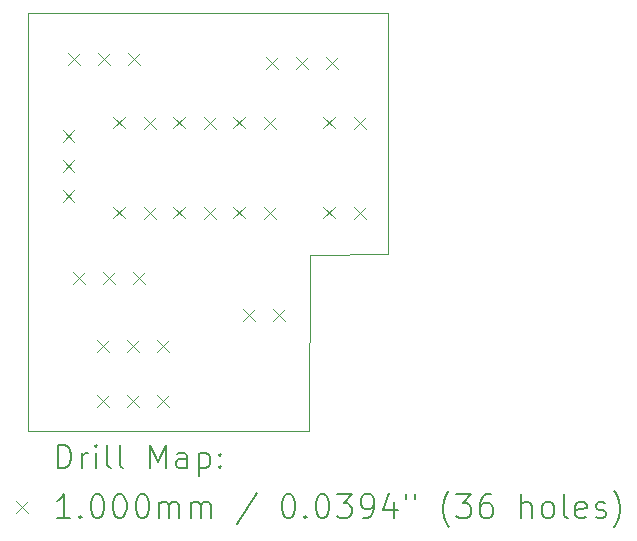
<source format=gbr>
%TF.GenerationSoftware,KiCad,Pcbnew,(6.0.7)*%
%TF.CreationDate,2023-04-28T16:32:47-04:00*%
%TF.ProjectId,Power Daughter Board v1,506f7765-7220-4446-9175-676874657220,rev?*%
%TF.SameCoordinates,Original*%
%TF.FileFunction,Drillmap*%
%TF.FilePolarity,Positive*%
%FSLAX45Y45*%
G04 Gerber Fmt 4.5, Leading zero omitted, Abs format (unit mm)*
G04 Created by KiCad (PCBNEW (6.0.7)) date 2023-04-28 16:32:47*
%MOMM*%
%LPD*%
G01*
G04 APERTURE LIST*
%ADD10C,0.100000*%
%ADD11C,0.200000*%
G04 APERTURE END LIST*
D10*
X8697000Y-5154000D02*
X8699000Y-7195000D01*
X8036911Y-7198994D01*
X8033911Y-8689994D01*
X5653911Y-8689994D01*
X5654000Y-5152000D01*
X8697000Y-5154000D01*
D11*
D10*
X5946000Y-6139500D02*
X6046000Y-6239500D01*
X6046000Y-6139500D02*
X5946000Y-6239500D01*
X5946000Y-6393500D02*
X6046000Y-6493500D01*
X6046000Y-6393500D02*
X5946000Y-6493500D01*
X5946000Y-6647500D02*
X6046000Y-6747500D01*
X6046000Y-6647500D02*
X5946000Y-6747500D01*
X5994500Y-5491000D02*
X6094500Y-5591000D01*
X6094500Y-5491000D02*
X5994500Y-5591000D01*
X6035000Y-7342000D02*
X6135000Y-7442000D01*
X6135000Y-7342000D02*
X6035000Y-7442000D01*
X6235500Y-8383000D02*
X6335500Y-8483000D01*
X6335500Y-8383000D02*
X6235500Y-8483000D01*
X6236500Y-7919250D02*
X6336500Y-8019250D01*
X6336500Y-7919250D02*
X6236500Y-8019250D01*
X6248500Y-5491000D02*
X6348500Y-5591000D01*
X6348500Y-5491000D02*
X6248500Y-5591000D01*
X6289000Y-7342000D02*
X6389000Y-7442000D01*
X6389000Y-7342000D02*
X6289000Y-7442000D01*
X6376200Y-6026950D02*
X6476200Y-6126950D01*
X6476200Y-6026950D02*
X6376200Y-6126950D01*
X6376200Y-6788950D02*
X6476200Y-6888950D01*
X6476200Y-6788950D02*
X6376200Y-6888950D01*
X6489500Y-8383000D02*
X6589500Y-8483000D01*
X6589500Y-8383000D02*
X6489500Y-8483000D01*
X6490500Y-7919250D02*
X6590500Y-8019250D01*
X6590500Y-7919250D02*
X6490500Y-8019250D01*
X6502500Y-5491000D02*
X6602500Y-5591000D01*
X6602500Y-5491000D02*
X6502500Y-5591000D01*
X6543000Y-7342000D02*
X6643000Y-7442000D01*
X6643000Y-7342000D02*
X6543000Y-7442000D01*
X6633300Y-6031700D02*
X6733300Y-6131700D01*
X6733300Y-6031700D02*
X6633300Y-6131700D01*
X6633300Y-6793700D02*
X6733300Y-6893700D01*
X6733300Y-6793700D02*
X6633300Y-6893700D01*
X6743500Y-8383000D02*
X6843500Y-8483000D01*
X6843500Y-8383000D02*
X6743500Y-8483000D01*
X6744500Y-7919250D02*
X6844500Y-8019250D01*
X6844500Y-7919250D02*
X6744500Y-8019250D01*
X6884200Y-6026950D02*
X6984200Y-6126950D01*
X6984200Y-6026950D02*
X6884200Y-6126950D01*
X6884200Y-6788950D02*
X6984200Y-6888950D01*
X6984200Y-6788950D02*
X6884200Y-6888950D01*
X7141300Y-6031700D02*
X7241300Y-6131700D01*
X7241300Y-6031700D02*
X7141300Y-6131700D01*
X7141300Y-6793700D02*
X7241300Y-6893700D01*
X7241300Y-6793700D02*
X7141300Y-6893700D01*
X7392200Y-6026950D02*
X7492200Y-6126950D01*
X7492200Y-6026950D02*
X7392200Y-6126950D01*
X7392200Y-6788950D02*
X7492200Y-6888950D01*
X7492200Y-6788950D02*
X7392200Y-6888950D01*
X7471000Y-7660000D02*
X7571000Y-7760000D01*
X7571000Y-7660000D02*
X7471000Y-7760000D01*
X7649300Y-6031700D02*
X7749300Y-6131700D01*
X7749300Y-6031700D02*
X7649300Y-6131700D01*
X7649300Y-6793700D02*
X7749300Y-6893700D01*
X7749300Y-6793700D02*
X7649300Y-6893700D01*
X7666000Y-5524000D02*
X7766000Y-5624000D01*
X7766000Y-5524000D02*
X7666000Y-5624000D01*
X7725000Y-7660000D02*
X7825000Y-7760000D01*
X7825000Y-7660000D02*
X7725000Y-7760000D01*
X7920000Y-5524000D02*
X8020000Y-5624000D01*
X8020000Y-5524000D02*
X7920000Y-5624000D01*
X8154200Y-6026950D02*
X8254200Y-6126950D01*
X8254200Y-6026950D02*
X8154200Y-6126950D01*
X8154200Y-6788950D02*
X8254200Y-6888950D01*
X8254200Y-6788950D02*
X8154200Y-6888950D01*
X8174000Y-5524000D02*
X8274000Y-5624000D01*
X8274000Y-5524000D02*
X8174000Y-5624000D01*
X8411300Y-6031700D02*
X8511300Y-6131700D01*
X8511300Y-6031700D02*
X8411300Y-6131700D01*
X8411300Y-6793700D02*
X8511300Y-6893700D01*
X8511300Y-6793700D02*
X8411300Y-6893700D01*
D11*
X5906530Y-9005470D02*
X5906530Y-8805470D01*
X5954149Y-8805470D01*
X5982720Y-8814994D01*
X6001768Y-8834041D01*
X6011292Y-8853089D01*
X6020816Y-8891184D01*
X6020816Y-8919756D01*
X6011292Y-8957851D01*
X6001768Y-8976899D01*
X5982720Y-8995946D01*
X5954149Y-9005470D01*
X5906530Y-9005470D01*
X6106530Y-9005470D02*
X6106530Y-8872137D01*
X6106530Y-8910232D02*
X6116054Y-8891184D01*
X6125577Y-8881660D01*
X6144625Y-8872137D01*
X6163673Y-8872137D01*
X6230339Y-9005470D02*
X6230339Y-8872137D01*
X6230339Y-8805470D02*
X6220816Y-8814994D01*
X6230339Y-8824518D01*
X6239863Y-8814994D01*
X6230339Y-8805470D01*
X6230339Y-8824518D01*
X6354149Y-9005470D02*
X6335101Y-8995946D01*
X6325577Y-8976899D01*
X6325577Y-8805470D01*
X6458911Y-9005470D02*
X6439863Y-8995946D01*
X6430339Y-8976899D01*
X6430339Y-8805470D01*
X6687482Y-9005470D02*
X6687482Y-8805470D01*
X6754149Y-8948327D01*
X6820816Y-8805470D01*
X6820816Y-9005470D01*
X7001768Y-9005470D02*
X7001768Y-8900708D01*
X6992244Y-8881660D01*
X6973197Y-8872137D01*
X6935101Y-8872137D01*
X6916054Y-8881660D01*
X7001768Y-8995946D02*
X6982720Y-9005470D01*
X6935101Y-9005470D01*
X6916054Y-8995946D01*
X6906530Y-8976899D01*
X6906530Y-8957851D01*
X6916054Y-8938803D01*
X6935101Y-8929280D01*
X6982720Y-8929280D01*
X7001768Y-8919756D01*
X7097006Y-8872137D02*
X7097006Y-9072137D01*
X7097006Y-8881660D02*
X7116054Y-8872137D01*
X7154149Y-8872137D01*
X7173197Y-8881660D01*
X7182720Y-8891184D01*
X7192244Y-8910232D01*
X7192244Y-8967375D01*
X7182720Y-8986422D01*
X7173197Y-8995946D01*
X7154149Y-9005470D01*
X7116054Y-9005470D01*
X7097006Y-8995946D01*
X7277958Y-8986422D02*
X7287482Y-8995946D01*
X7277958Y-9005470D01*
X7268435Y-8995946D01*
X7277958Y-8986422D01*
X7277958Y-9005470D01*
X7277958Y-8881660D02*
X7287482Y-8891184D01*
X7277958Y-8900708D01*
X7268435Y-8891184D01*
X7277958Y-8881660D01*
X7277958Y-8900708D01*
D10*
X5548911Y-9284994D02*
X5648911Y-9384994D01*
X5648911Y-9284994D02*
X5548911Y-9384994D01*
D11*
X6011292Y-9425470D02*
X5897006Y-9425470D01*
X5954149Y-9425470D02*
X5954149Y-9225470D01*
X5935101Y-9254041D01*
X5916054Y-9273089D01*
X5897006Y-9282613D01*
X6097006Y-9406422D02*
X6106530Y-9415946D01*
X6097006Y-9425470D01*
X6087482Y-9415946D01*
X6097006Y-9406422D01*
X6097006Y-9425470D01*
X6230339Y-9225470D02*
X6249387Y-9225470D01*
X6268435Y-9234994D01*
X6277958Y-9244518D01*
X6287482Y-9263565D01*
X6297006Y-9301660D01*
X6297006Y-9349280D01*
X6287482Y-9387375D01*
X6277958Y-9406422D01*
X6268435Y-9415946D01*
X6249387Y-9425470D01*
X6230339Y-9425470D01*
X6211292Y-9415946D01*
X6201768Y-9406422D01*
X6192244Y-9387375D01*
X6182720Y-9349280D01*
X6182720Y-9301660D01*
X6192244Y-9263565D01*
X6201768Y-9244518D01*
X6211292Y-9234994D01*
X6230339Y-9225470D01*
X6420816Y-9225470D02*
X6439863Y-9225470D01*
X6458911Y-9234994D01*
X6468435Y-9244518D01*
X6477958Y-9263565D01*
X6487482Y-9301660D01*
X6487482Y-9349280D01*
X6477958Y-9387375D01*
X6468435Y-9406422D01*
X6458911Y-9415946D01*
X6439863Y-9425470D01*
X6420816Y-9425470D01*
X6401768Y-9415946D01*
X6392244Y-9406422D01*
X6382720Y-9387375D01*
X6373197Y-9349280D01*
X6373197Y-9301660D01*
X6382720Y-9263565D01*
X6392244Y-9244518D01*
X6401768Y-9234994D01*
X6420816Y-9225470D01*
X6611292Y-9225470D02*
X6630339Y-9225470D01*
X6649387Y-9234994D01*
X6658911Y-9244518D01*
X6668435Y-9263565D01*
X6677958Y-9301660D01*
X6677958Y-9349280D01*
X6668435Y-9387375D01*
X6658911Y-9406422D01*
X6649387Y-9415946D01*
X6630339Y-9425470D01*
X6611292Y-9425470D01*
X6592244Y-9415946D01*
X6582720Y-9406422D01*
X6573197Y-9387375D01*
X6563673Y-9349280D01*
X6563673Y-9301660D01*
X6573197Y-9263565D01*
X6582720Y-9244518D01*
X6592244Y-9234994D01*
X6611292Y-9225470D01*
X6763673Y-9425470D02*
X6763673Y-9292137D01*
X6763673Y-9311184D02*
X6773197Y-9301660D01*
X6792244Y-9292137D01*
X6820816Y-9292137D01*
X6839863Y-9301660D01*
X6849387Y-9320708D01*
X6849387Y-9425470D01*
X6849387Y-9320708D02*
X6858911Y-9301660D01*
X6877958Y-9292137D01*
X6906530Y-9292137D01*
X6925577Y-9301660D01*
X6935101Y-9320708D01*
X6935101Y-9425470D01*
X7030339Y-9425470D02*
X7030339Y-9292137D01*
X7030339Y-9311184D02*
X7039863Y-9301660D01*
X7058911Y-9292137D01*
X7087482Y-9292137D01*
X7106530Y-9301660D01*
X7116054Y-9320708D01*
X7116054Y-9425470D01*
X7116054Y-9320708D02*
X7125577Y-9301660D01*
X7144625Y-9292137D01*
X7173197Y-9292137D01*
X7192244Y-9301660D01*
X7201768Y-9320708D01*
X7201768Y-9425470D01*
X7592244Y-9215946D02*
X7420816Y-9473089D01*
X7849387Y-9225470D02*
X7868435Y-9225470D01*
X7887482Y-9234994D01*
X7897006Y-9244518D01*
X7906530Y-9263565D01*
X7916054Y-9301660D01*
X7916054Y-9349280D01*
X7906530Y-9387375D01*
X7897006Y-9406422D01*
X7887482Y-9415946D01*
X7868435Y-9425470D01*
X7849387Y-9425470D01*
X7830339Y-9415946D01*
X7820816Y-9406422D01*
X7811292Y-9387375D01*
X7801768Y-9349280D01*
X7801768Y-9301660D01*
X7811292Y-9263565D01*
X7820816Y-9244518D01*
X7830339Y-9234994D01*
X7849387Y-9225470D01*
X8001768Y-9406422D02*
X8011292Y-9415946D01*
X8001768Y-9425470D01*
X7992244Y-9415946D01*
X8001768Y-9406422D01*
X8001768Y-9425470D01*
X8135101Y-9225470D02*
X8154149Y-9225470D01*
X8173197Y-9234994D01*
X8182720Y-9244518D01*
X8192244Y-9263565D01*
X8201768Y-9301660D01*
X8201768Y-9349280D01*
X8192244Y-9387375D01*
X8182720Y-9406422D01*
X8173197Y-9415946D01*
X8154149Y-9425470D01*
X8135101Y-9425470D01*
X8116054Y-9415946D01*
X8106530Y-9406422D01*
X8097006Y-9387375D01*
X8087482Y-9349280D01*
X8087482Y-9301660D01*
X8097006Y-9263565D01*
X8106530Y-9244518D01*
X8116054Y-9234994D01*
X8135101Y-9225470D01*
X8268435Y-9225470D02*
X8392244Y-9225470D01*
X8325577Y-9301660D01*
X8354149Y-9301660D01*
X8373197Y-9311184D01*
X8382720Y-9320708D01*
X8392244Y-9339756D01*
X8392244Y-9387375D01*
X8382720Y-9406422D01*
X8373197Y-9415946D01*
X8354149Y-9425470D01*
X8297006Y-9425470D01*
X8277958Y-9415946D01*
X8268435Y-9406422D01*
X8487482Y-9425470D02*
X8525578Y-9425470D01*
X8544625Y-9415946D01*
X8554149Y-9406422D01*
X8573197Y-9377851D01*
X8582720Y-9339756D01*
X8582720Y-9263565D01*
X8573197Y-9244518D01*
X8563673Y-9234994D01*
X8544625Y-9225470D01*
X8506530Y-9225470D01*
X8487482Y-9234994D01*
X8477959Y-9244518D01*
X8468435Y-9263565D01*
X8468435Y-9311184D01*
X8477959Y-9330232D01*
X8487482Y-9339756D01*
X8506530Y-9349280D01*
X8544625Y-9349280D01*
X8563673Y-9339756D01*
X8573197Y-9330232D01*
X8582720Y-9311184D01*
X8754149Y-9292137D02*
X8754149Y-9425470D01*
X8706530Y-9215946D02*
X8658911Y-9358803D01*
X8782720Y-9358803D01*
X8849387Y-9225470D02*
X8849387Y-9263565D01*
X8925578Y-9225470D02*
X8925578Y-9263565D01*
X9220816Y-9501660D02*
X9211292Y-9492137D01*
X9192244Y-9463565D01*
X9182720Y-9444518D01*
X9173197Y-9415946D01*
X9163673Y-9368327D01*
X9163673Y-9330232D01*
X9173197Y-9282613D01*
X9182720Y-9254041D01*
X9192244Y-9234994D01*
X9211292Y-9206422D01*
X9220816Y-9196899D01*
X9277959Y-9225470D02*
X9401768Y-9225470D01*
X9335101Y-9301660D01*
X9363673Y-9301660D01*
X9382720Y-9311184D01*
X9392244Y-9320708D01*
X9401768Y-9339756D01*
X9401768Y-9387375D01*
X9392244Y-9406422D01*
X9382720Y-9415946D01*
X9363673Y-9425470D01*
X9306530Y-9425470D01*
X9287482Y-9415946D01*
X9277959Y-9406422D01*
X9573197Y-9225470D02*
X9535101Y-9225470D01*
X9516054Y-9234994D01*
X9506530Y-9244518D01*
X9487482Y-9273089D01*
X9477959Y-9311184D01*
X9477959Y-9387375D01*
X9487482Y-9406422D01*
X9497006Y-9415946D01*
X9516054Y-9425470D01*
X9554149Y-9425470D01*
X9573197Y-9415946D01*
X9582720Y-9406422D01*
X9592244Y-9387375D01*
X9592244Y-9339756D01*
X9582720Y-9320708D01*
X9573197Y-9311184D01*
X9554149Y-9301660D01*
X9516054Y-9301660D01*
X9497006Y-9311184D01*
X9487482Y-9320708D01*
X9477959Y-9339756D01*
X9830339Y-9425470D02*
X9830339Y-9225470D01*
X9916054Y-9425470D02*
X9916054Y-9320708D01*
X9906530Y-9301660D01*
X9887482Y-9292137D01*
X9858911Y-9292137D01*
X9839863Y-9301660D01*
X9830339Y-9311184D01*
X10039863Y-9425470D02*
X10020816Y-9415946D01*
X10011292Y-9406422D01*
X10001768Y-9387375D01*
X10001768Y-9330232D01*
X10011292Y-9311184D01*
X10020816Y-9301660D01*
X10039863Y-9292137D01*
X10068435Y-9292137D01*
X10087482Y-9301660D01*
X10097006Y-9311184D01*
X10106530Y-9330232D01*
X10106530Y-9387375D01*
X10097006Y-9406422D01*
X10087482Y-9415946D01*
X10068435Y-9425470D01*
X10039863Y-9425470D01*
X10220816Y-9425470D02*
X10201768Y-9415946D01*
X10192244Y-9396899D01*
X10192244Y-9225470D01*
X10373197Y-9415946D02*
X10354149Y-9425470D01*
X10316054Y-9425470D01*
X10297006Y-9415946D01*
X10287482Y-9396899D01*
X10287482Y-9320708D01*
X10297006Y-9301660D01*
X10316054Y-9292137D01*
X10354149Y-9292137D01*
X10373197Y-9301660D01*
X10382720Y-9320708D01*
X10382720Y-9339756D01*
X10287482Y-9358803D01*
X10458911Y-9415946D02*
X10477959Y-9425470D01*
X10516054Y-9425470D01*
X10535101Y-9415946D01*
X10544625Y-9396899D01*
X10544625Y-9387375D01*
X10535101Y-9368327D01*
X10516054Y-9358803D01*
X10487482Y-9358803D01*
X10468435Y-9349280D01*
X10458911Y-9330232D01*
X10458911Y-9320708D01*
X10468435Y-9301660D01*
X10487482Y-9292137D01*
X10516054Y-9292137D01*
X10535101Y-9301660D01*
X10611292Y-9501660D02*
X10620816Y-9492137D01*
X10639863Y-9463565D01*
X10649387Y-9444518D01*
X10658911Y-9415946D01*
X10668435Y-9368327D01*
X10668435Y-9330232D01*
X10658911Y-9282613D01*
X10649387Y-9254041D01*
X10639863Y-9234994D01*
X10620816Y-9206422D01*
X10611292Y-9196899D01*
M02*

</source>
